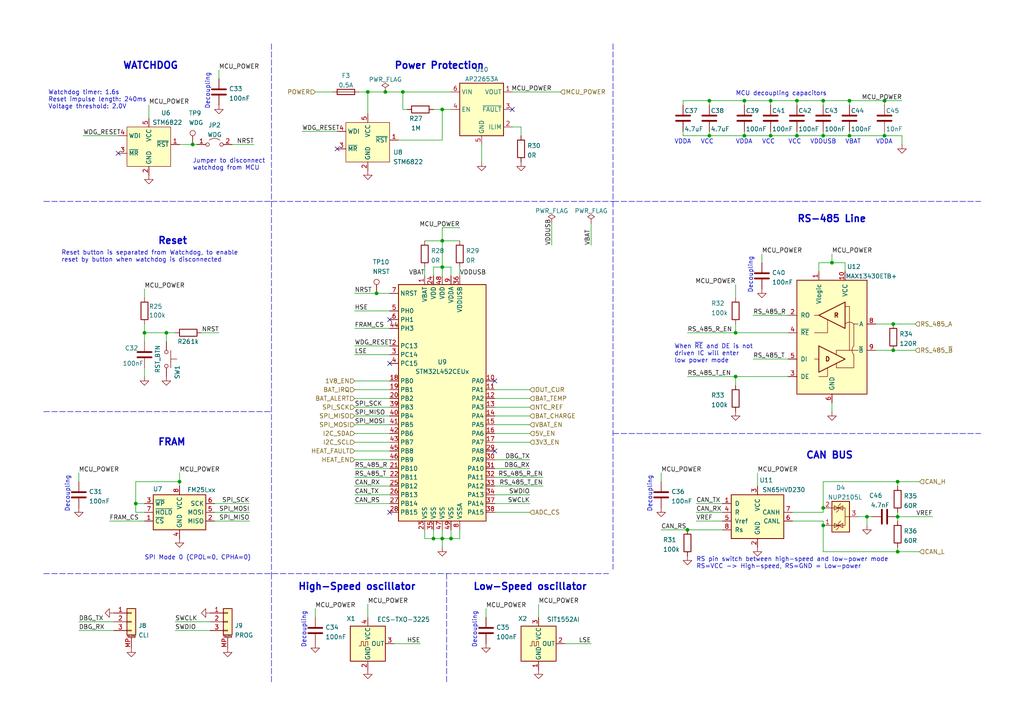
<source format=kicad_sch>
(kicad_sch (version 20210621) (generator eeschema)
  (paper "A4")
  (title_block (title "BUTCube - EPS") (date "2021-06-01") (rev "v1.0") (company "VUT - FIT(STRaDe) & FME(IAE & IPE)") (comment 1 "Author: Petr Malaník"))
  (lib_symbols
    (symbol "Connector:TestPoint" (pin_numbers hide) (pin_names (offset 0.762) hide)
      (property "Reference" "TP" (at 0 6.858 0))
      (property "Value" "TestPoint" (at 0 5.08 0))
      (symbol "TestPoint_0_1"
        (circle (center 0 3.302) (radius 0.762))
      )
      (symbol "TestPoint_1_1"
        (pin passive line (at 0 0 90) (length 2.54) (name "1") (number "1"))
      )
    )
    (symbol "Connector_Generic_MountingPin:Conn_01x03_MountingPin" (pin_names (offset 1.016) hide)
      (property "Reference" "J" (at 0 5.08 0))
      (property "Value" "Conn_01x03_MountingPin" (at 1.27 -5.08 0))
      (symbol "Conn_01x03_MountingPin_1_1"
        (text "Mounting" (at 0 -4.191 0) (effects (font (size 0.381 0.381))))
        (rectangle (start -1.27 -2.413) (end 0 -2.667) (stroke (width 0.1524)))
        (rectangle (start -1.27 0.127) (end 0 -0.127) (stroke (width 0.1524)))
        (rectangle (start -1.27 2.667) (end 0 2.413) (stroke (width 0.1524)))
        (rectangle (start -1.27 3.81) (end 1.27 -3.81) (stroke (width 0.254)) (fill (type background)))
        (polyline (pts (xy -1.016 -4.572) (xy 1.016 -4.572)) (stroke (width 0.1524)))
        (pin passive line (at -5.08 2.54 0) (length 3.81) (name "Pin_1") (number "1"))
        (pin passive line (at -5.08 0 0) (length 3.81) (name "Pin_2") (number "2"))
        (pin passive line (at -5.08 -2.54 0) (length 3.81) (name "Pin_3") (number "3"))
        (pin passive line (at 0 -7.62 90) (length 3.048) (name "MountPin") (number "MP"))
      )
    )
    (symbol "Device:C" (pin_numbers hide) (pin_names (offset 0.254))
      (property "Reference" "C" (at 0.635 2.54 0))
      (property "Value" "C" (at 0.635 -2.54 0))
      (symbol "C_0_1"
        (polyline (pts (xy -2.032 -0.762) (xy 2.032 -0.762)) (stroke (width 0.508)))
        (polyline (pts (xy -2.032 0.762) (xy 2.032 0.762)) (stroke (width 0.508)))
      )
      (symbol "C_1_1"
        (pin passive line (at 0 3.81 270) (length 2.794) (name "~") (number "1"))
        (pin passive line (at 0 -3.81 90) (length 2.794) (name "~") (number "2"))
      )
    )
    (symbol "Device:Fuse" (pin_numbers hide) (pin_names (offset 0))
      (property "Reference" "F" (at 2.032 0 90))
      (property "Value" "Fuse" (at -1.905 0 90))
      (symbol "Fuse_0_1"
        (rectangle (start -0.762 -2.54) (end 0.762 2.54) (stroke (width 0.254)))
        (polyline (pts (xy 0 2.54) (xy 0 -2.54)))
      )
      (symbol "Fuse_1_1"
        (pin passive line (at 0 3.81 270) (length 1.27) (name "~") (number "1"))
        (pin passive line (at 0 -3.81 90) (length 1.27) (name "~") (number "2"))
      )
    )
    (symbol "Device:R" (pin_numbers hide) (pin_names (offset 0))
      (property "Reference" "R" (at 2.032 0 90))
      (property "Value" "R" (at 0 0 90))
      (symbol "R_0_1"
        (rectangle (start -1.016 -2.54) (end 1.016 2.54) (stroke (width 0.254)))
      )
      (symbol "R_1_1"
        (pin passive line (at 0 3.81 270) (length 1.27) (name "~") (number "1"))
        (pin passive line (at 0 -3.81 90) (length 1.27) (name "~") (number "2"))
      )
    )
    (symbol "Interface_CAN_LIN:SN65HVD230" (pin_names (offset 1.016))
      (property "Reference" "U" (at -2.54 10.16 0))
      (property "Value" "SN65HVD230" (at -2.54 7.62 0))
      (symbol "SN65HVD230_0_1"
        (rectangle (start -7.62 5.08) (end 7.62 -7.62) (stroke (width 0.254)) (fill (type background)))
      )
      (symbol "SN65HVD230_1_1"
        (pin input line (at -10.16 2.54 0) (length 2.54) (name "D") (number "1"))
        (pin power_in line (at 0 -10.16 90) (length 2.54) (name "GND") (number "2"))
        (pin power_in line (at 0 7.62 270) (length 2.54) (name "VCC") (number "3"))
        (pin output line (at -10.16 0 0) (length 2.54) (name "R") (number "4"))
        (pin output line (at -10.16 -2.54 0) (length 2.54) (name "Vref") (number "5"))
        (pin bidirectional line (at 10.16 -2.54 180) (length 2.54) (name "CANL") (number "6"))
        (pin bidirectional line (at 10.16 0 180) (length 2.54) (name "CANH") (number "7"))
        (pin input line (at -10.16 -5.08 0) (length 2.54) (name "Rs") (number "8"))
      )
    )
    (symbol "Jumper:Jumper_2_Open" (pin_names (offset 0) hide)
      (property "Reference" "JP" (at 0 2.794 0))
      (property "Value" "Jumper_2_Open" (at 0 -2.286 0))
      (symbol "Jumper_2_Open_0_0"
        (circle (center -2.032 0) (radius 0.508))
        (circle (center 2.032 0) (radius 0.508))
      )
      (symbol "Jumper_2_Open_0_1"
        (arc (start -1.524 1.27) (end 1.524 1.27) (radius (at 0 -0.762) (length 2.54) (angles 126.9 53.1)))
      )
      (symbol "Jumper_2_Open_1_1"
        (pin passive line (at -5.08 0 0) (length 2.54) (name "A") (number "1"))
        (pin passive line (at 5.08 0 180) (length 2.54) (name "B") (number "2"))
      )
    )
    (symbol "MCU_ST_STM32L4:STM32L452CEUx"
      (property "Reference" "U" (at -12.7 34.29 0))
      (property "Value" "STM32L452CEUx" (at 7.62 34.29 0))
      (symbol "STM32L452CEUx_0_1"
        (rectangle (start -12.7 -35.56) (end 12.7 33.02) (stroke (width 0.254)) (fill (type background)))
      )
      (symbol "STM32L452CEUx_1_1"
        (pin power_in line (at -5.08 35.56 270) (length 2.54) (name "VBAT") (number "1"))
        (pin bidirectional line (at 15.24 5.08 180) (length 2.54) (name "PA0") (number "10"))
        (pin bidirectional line (at 15.24 2.54 180) (length 2.54) (name "PA1") (number "11"))
        (pin bidirectional line (at 15.24 0 180) (length 2.54) (name "PA2") (number "12"))
        (pin bidirectional line (at 15.24 -2.54 180) (length 2.54) (name "PA3") (number "13"))
        (pin bidirectional line (at 15.24 -5.08 180) (length 2.54) (name "PA4") (number "14"))
        (pin bidirectional line (at 15.24 -7.62 180) (length 2.54) (name "PA5") (number "15"))
        (pin bidirectional line (at 15.24 -10.16 180) (length 2.54) (name "PA6") (number "16"))
        (pin bidirectional line (at 15.24 -12.7 180) (length 2.54) (name "PA7") (number "17"))
        (pin bidirectional line (at -15.24 5.08 0) (length 2.54) (name "PB0") (number "18"))
        (pin bidirectional line (at -15.24 2.54 0) (length 2.54) (name "PB1") (number "19"))
        (pin bidirectional line (at -15.24 15.24 0) (length 2.54) (name "PC13") (number "2"))
        (pin bidirectional line (at -15.24 0 0) (length 2.54) (name "PB2") (number "20"))
        (pin bidirectional line (at -15.24 -20.32 0) (length 2.54) (name "PB10") (number "21"))
        (pin bidirectional line (at -15.24 -22.86 0) (length 2.54) (name "PB11") (number "22"))
        (pin power_in line (at -5.08 -38.1 90) (length 2.54) (name "VSS") (number "23"))
        (pin power_in line (at -2.54 35.56 270) (length 2.54) (name "VDD") (number "24"))
        (pin bidirectional line (at -15.24 -25.4 0) (length 2.54) (name "PB12") (number "25"))
        (pin bidirectional line (at -15.24 -27.94 0) (length 2.54) (name "PB13") (number "26"))
        (pin bidirectional line (at -15.24 -30.48 0) (length 2.54) (name "PB14") (number "27"))
        (pin bidirectional line (at -15.24 -33.02 0) (length 2.54) (name "PB15") (number "28"))
        (pin bidirectional line (at 15.24 -15.24 180) (length 2.54) (name "PA8") (number "29"))
        (pin bidirectional line (at -15.24 12.7 0) (length 2.54) (name "PC14") (number "3"))
        (pin bidirectional line (at 15.24 -17.78 180) (length 2.54) (name "PA9") (number "30"))
        (pin bidirectional line (at 15.24 -20.32 180) (length 2.54) (name "PA10") (number "31"))
        (pin bidirectional line (at 15.24 -22.86 180) (length 2.54) (name "PA11") (number "32"))
        (pin bidirectional line (at 15.24 -25.4 180) (length 2.54) (name "PA12") (number "33"))
        (pin bidirectional line (at 15.24 -27.94 180) (length 2.54) (name "PA13") (number "34"))
        (pin power_in line (at -2.54 -38.1 90) (length 2.54) (name "VSS") (number "35"))
        (pin power_in line (at 5.08 35.56 270) (length 2.54) (name "VDDUSB") (number "36"))
        (pin bidirectional line (at 15.24 -30.48 180) (length 2.54) (name "PA14") (number "37"))
        (pin bidirectional line (at 15.24 -33.02 180) (length 2.54) (name "PA15") (number "38"))
        (pin bidirectional line (at -15.24 -2.54 0) (length 2.54) (name "PB3") (number "39"))
        (pin bidirectional line (at -15.24 10.16 0) (length 2.54) (name "PC15") (number "4"))
        (pin bidirectional line (at -15.24 -5.08 0) (length 2.54) (name "PB4") (number "40"))
        (pin bidirectional line (at -15.24 -7.62 0) (length 2.54) (name "PB5") (number "41"))
        (pin bidirectional line (at -15.24 -10.16 0) (length 2.54) (name "PB6") (number "42"))
        (pin bidirectional line (at -15.24 -12.7 0) (length 2.54) (name "PB7") (number "43"))
        (pin bidirectional line (at -15.24 20.32 0) (length 2.54) (name "PH3") (number "44"))
        (pin bidirectional line (at -15.24 -15.24 0) (length 2.54) (name "PB8") (number "45"))
        (pin bidirectional line (at -15.24 -17.78 0) (length 2.54) (name "PB9") (number "46"))
        (pin power_in line (at 0 -38.1 90) (length 2.54) (name "VSS") (number "47"))
        (pin power_in line (at 0 35.56 270) (length 2.54) (name "VDD") (number "48"))
        (pin power_in line (at 2.54 -38.1 90) (length 2.54) (name "VSS") (number "49"))
        (pin input line (at -15.24 25.4 0) (length 2.54) (name "PH0") (number "5"))
        (pin input line (at -15.24 22.86 0) (length 2.54) (name "PH1") (number "6"))
        (pin input line (at -15.24 30.48 0) (length 2.54) (name "NRST") (number "7"))
        (pin power_in line (at 5.08 -38.1 90) (length 2.54) (name "VSSA") (number "8"))
        (pin power_in line (at 2.54 35.56 270) (length 2.54) (name "VDDA") (number "9"))
      )
    )
    (symbol "Power_Protection:NUP2105L" (pin_names hide)
      (property "Reference" "D" (at 5.715 2.54 0))
      (property "Value" "NUP2105L" (at 5.715 0.635 0))
      (symbol "NUP2105L_0_0"
        (pin passive line (at 0 -5.08 90) (length 2.54) (name "A") (number "3"))
      )
      (symbol "NUP2105L_0_1"
        (rectangle (start -4.445 2.54) (end 4.445 -2.54) (stroke (width 0.254)) (fill (type background)))
        (polyline (pts (xy -2.54 2.54) (xy -2.54 0.635)))
        (polyline (pts (xy 0 -1.27) (xy 0 -2.54)))
        (polyline (pts (xy 2.54 2.54) (xy 2.54 0.635)))
        (polyline (pts (xy -3.81 1.27) (xy -3.175 0.635) (xy -1.905 0.635) (xy -1.27 0)))
        (polyline (pts (xy -2.54 0.635) (xy -2.54 -1.27) (xy 2.54 -1.27) (xy 2.54 0.635)))
        (polyline (pts (xy -2.54 0.635) (xy -1.905 -0.635) (xy -3.175 -0.635) (xy -2.54 0.635)))
        (polyline (pts (xy 2.54 0.635) (xy 1.905 -0.635) (xy 3.175 -0.635) (xy 2.54 0.635)))
        (polyline (pts (xy 2.54 0.635) (xy 3.175 1.905) (xy 1.905 1.905) (xy 2.54 0.635)))
        (polyline (pts (xy -2.54 0.635) (xy -3.175 1.905) (xy -1.905 1.905) (xy -2.54 0.635) (xy -2.54 1.27)))
        (polyline (pts (xy 1.27 1.27) (xy 1.905 0.635) (xy 2.54 0.635) (xy 3.175 0.635) (xy 3.81 0)))
      )
      (symbol "NUP2105L_1_1"
        (pin passive line (at -2.54 5.08 270) (length 2.54) (name "K") (number "1"))
        (pin passive line (at 2.54 5.08 270) (length 2.54) (name "K") (number "2"))
      )
    )
    (symbol "Switch:SW_Push" (pin_numbers hide) (pin_names (offset 1.016) hide)
      (property "Reference" "SW" (at 1.27 2.54 0))
      (property "Value" "SW_Push" (at 0 -1.524 0))
      (symbol "SW_Push_0_1"
        (circle (center -2.032 0) (radius 0.508))
        (circle (center 2.032 0) (radius 0.508))
        (polyline (pts (xy 0 1.27) (xy 0 3.048)))
        (polyline (pts (xy 2.54 1.27) (xy -2.54 1.27)))
        (pin passive line (at -5.08 0 0) (length 2.54) (name "1") (number "1"))
        (pin passive line (at 5.08 0 180) (length 2.54) (name "2") (number "2"))
      )
    )
    (symbol "TCY_IC:MAX13430ETB+" (pin_names (offset 1.016))
      (property "Reference" "U" (at -10.16 19.05 0))
      (property "Value" "MAX13430ETB+" (at 5.08 19.05 0))
      (symbol "MAX13430ETB+_0_0"
        (text "D" (at -1.27 -5.08 0) (effects (font (size 1.27 1.27) bold)))
        (text "R" (at 1.27 7.62 0) (effects (font (size 1.27 1.27) bold)))
      )
      (symbol "MAX13430ETB+_0_1"
        (arc (start 3.81 5.08) (end 6.35 5.08) (radius (at 5.08 3.8099) (length 1.7961) (angles 135 45)) (stroke (width 0.1524)))
        (arc (start 6.35 -3.81) (end 6.35 -1.27) (radius (at 7.6201 -2.54) (length 1.7961) (angles -135 135)) (stroke (width 0.1524)))
        (rectangle (start -10.16 -15.24) (end 10.16 17.78) (stroke (width 0.254)) (fill (type background)))
        (polyline (pts (xy -5.08 -5.08) (xy -3.81 -5.08)))
        (polyline (pts (xy -3.81 7.62) (xy -5.08 7.62)))
        (polyline (pts (xy 5.08 10.16) (xy 5.08 -2.54)) (stroke (width 0.1524)))
        (polyline (pts (xy 6.35 -7.62) (xy 6.35 -3.81)) (stroke (width 0.1524)))
        (polyline (pts (xy 6.35 -1.27) (xy 6.35 5.08)) (stroke (width 0.1524)))
        (polyline (pts (xy 6.35 5.08) (xy 7.62 5.08)) (stroke (width 0.1524)))
        (polyline (pts (xy 5.08 10.16) (xy 3.81 10.16) (xy 3.81 10.16)))
        (polyline (pts (xy -3.81 -10.16) (xy -1.27 -10.16) (xy -1.27 -7.62) (xy -1.27 -7.62)))
        (polyline (pts (xy -1.27 6.35) (xy -1.27 2.54) (xy -2.54 2.54) (xy -5.08 2.54)))
        (polyline (pts (xy 6.35 -7.62) (xy 1.27 -7.62) (xy 1.27 -6.35) (xy 1.27 -6.35)))
        (polyline (pts (xy 7.62 -2.54) (xy 1.27 -2.54) (xy 1.27 -3.81) (xy 1.27 -3.81)))
        (polyline (pts (xy -3.81 -1.27) (xy -3.81 -8.89) (xy 3.81 -5.08) (xy -3.81 -1.27) (xy -3.81 -1.27)) (stroke (width 0.254)))
        (polyline (pts (xy 3.81 11.43) (xy 3.81 3.81) (xy -3.81 7.62) (xy 3.81 11.43) (xy 3.81 11.43)) (stroke (width 0.254)))
      )
      (symbol "MAX13430ETB+_1_1"
        (pin power_in line (at -3.81 20.32 270) (length 2.54) (name "Vlogic") (number "1"))
        (pin power_in line (at 3.81 20.32 270) (length 2.54) (name "VCC") (number "10"))
        (pin power_in line (at 0 -17.78 90) (length 2.54) hide (name "E_PAD") (number "11"))
        (pin output line (at -12.7 7.62 0) (length 2.54) (name "RO") (number "2"))
        (pin input line (at -12.7 -10.16 0) (length 2.54) (name "DE") (number "3"))
        (pin input line (at -12.7 2.54 0) (length 2.54) (name "~{RE}") (number "4"))
        (pin input line (at -12.7 -5.08 0) (length 2.54) (name "DI") (number "5"))
        (pin power_in line (at 0 -17.78 90) (length 2.54) (name "GND") (number "6"))
        (pin no_connect line (at 10.16 1.27 180) (length 2.54) hide (name "NC") (number "7"))
        (pin input line (at 12.7 5.08 180) (length 2.54) (name "A") (number "8"))
        (pin input line (at 12.7 -2.54 180) (length 2.54) (name "~{B}") (number "9"))
      )
    )
    (symbol "TCY_IC:STM6822"
      (property "Reference" "U" (at 6.35 13.97 0))
      (property "Value" "STM6822" (at 6.35 16.51 0))
      (symbol "STM6822_0_1"
        (rectangle (start -6.35 11.43) (end 6.35 0) (stroke (width 0.1524)) (fill (type background)))
      )
      (symbol "STM6822_1_1"
        (pin open_collector line (at 8.89 6.35 180) (length 2.54) (name "~{RST}") (number "1"))
        (pin passive line (at 0 -2.54 90) (length 2.54) (name "GND") (number "2"))
        (pin input line (at -8.89 3.81 0) (length 2.54) (name "~{MR}") (number "3"))
        (pin input line (at -8.89 8.89 0) (length 2.54) (name "WDI") (number "4"))
        (pin power_in line (at 0 13.97 270) (length 2.54) (name "VCC") (number "5"))
      )
    )
    (symbol "TCY_memory:FM25Lxx"
      (property "Reference" "U" (at -7.62 6.35 0))
      (property "Value" "FM25Lxx" (at 2.54 -6.35 0))
      (symbol "FM25Lxx_1_1"
        (rectangle (start -7.62 5.08) (end 7.62 -5.08) (stroke (width 0.254)) (fill (type background)))
        (pin input line (at -10.16 -2.54 0) (length 2.54) (name "~{CS}") (number "1"))
        (pin tri_state line (at 10.16 -2.54 180) (length 2.54) (name "MISO") (number "2"))
        (pin input line (at -10.16 2.54 0) (length 2.54) (name "~{WP}") (number "3"))
        (pin power_in line (at 0 -7.62 90) (length 2.54) (name "GND") (number "4"))
        (pin input line (at 10.16 0 180) (length 2.54) (name "MOSI") (number "5"))
        (pin input line (at 10.16 2.54 180) (length 2.54) (name "SCK") (number "6"))
        (pin input line (at -10.16 0 0) (length 2.54) (name "~{HOLD}") (number "7"))
        (pin power_in line (at 0 7.62 270) (length 2.54) (name "VCC") (number "8"))
        (pin passive line (at 0 -7.62 90) (length 2.54) hide (name "GND") (number "9"))
      )
    )
    (symbol "TCY_ocillators:ECS-TXO-3225" (pin_names (offset 0.254))
      (property "Reference" "X" (at -6.35 6.35 0))
      (property "Value" "ECS-TXO-3225" (at 1.27 6.35 0))
      (symbol "ECS-TXO-3225_0_1"
        (rectangle (start -5.08 5.08) (end 5.08 -5.08) (stroke (width 0.254)) (fill (type background)))
        (polyline (pts (xy -2.54 -0.635) (xy -1.905 -0.635) (xy -1.905 0.635) (xy -1.27 0.635) (xy -1.27 -0.635) (xy -0.635 -0.635) (xy -0.635 0.635) (xy 0 0.635) (xy 0 -0.635)))
      )
      (symbol "ECS-TXO-3225_1_1"
        (pin no_connect line (at -7.62 0 0) (length 2.54) hide (name "NC") (number "1"))
        (pin power_in line (at 0 -7.62 90) (length 2.54) (name "GND") (number "2"))
        (pin output line (at 7.62 0 180) (length 2.54) (name "OUT") (number "3"))
        (pin power_in line (at 0 7.62 270) (length 2.54) (name "VCC") (number "4"))
      )
    )
    (symbol "TCY_ocillators:SiT1552AI" (pin_names (offset 0.254))
      (property "Reference" "X" (at -6.35 6.35 0))
      (property "Value" "SiT1552AI" (at 1.27 6.35 0))
      (symbol "SiT1552AI_0_1"
        (rectangle (start -5.08 5.08) (end 5.08 -5.08) (stroke (width 0.254)) (fill (type background)))
        (polyline (pts (xy -2.54 -0.635) (xy -1.905 -0.635) (xy -1.905 0.635) (xy -1.27 0.635) (xy -1.27 -0.635) (xy -0.635 -0.635) (xy -0.635 0.635) (xy 0 0.635) (xy 0 -0.635)))
      )
      (symbol "SiT1552AI_1_1"
        (pin power_in line (at 0 -7.62 90) (length 2.54) (name "GND") (number "1"))
        (pin output line (at 7.62 0 180) (length 2.54) (name "OUT") (number "2"))
        (pin power_in line (at 0 7.62 270) (length 2.54) (name "VCC") (number "3"))
        (pin power_in line (at 0 -7.62 90) (length 2.54) hide (name "GND") (number "4"))
      )
    )
    (symbol "TCY_power_management:AP22653"
      (property "Reference" "U" (at 8.89 7.62 0))
      (property "Value" "AP22653" (at 0 7.62 0))
      (symbol "AP22653_0_1"
        (rectangle (start -6.35 5.08) (end 6.35 -10.16) (stroke (width 0.254)) (fill (type background)))
      )
      (symbol "AP22653_1_1"
        (pin power_out line (at 8.89 2.54 180) (length 2.54) (name "VOUT") (number "1"))
        (pin passive line (at 8.89 -7.62 180) (length 2.54) (name "ILIM") (number "2"))
        (pin output line (at 8.89 -2.54 180) (length 2.54) (name "~{FAULT}") (number "3"))
        (pin input line (at -8.89 -2.54 0) (length 2.54) (name "EN") (number "4"))
        (pin passive line (at 0 -12.7 90) (length 2.54) (name "GND") (number "5"))
        (pin power_in line (at -8.89 2.54 0) (length 2.54) (name "VIN") (number "6"))
        (pin passive line (at 0 -12.7 90) (length 2.54) hide (name "E_PAD") (number "7"))
      )
    )
    (symbol "power:GND" (power) (pin_names (offset 0))
      (property "Value" "GND" (at 0 -3.81 0))
      (symbol "GND_0_1"
        (polyline (pts (xy 0 0) (xy 0 -1.27) (xy 1.27 -1.27) (xy 0 -2.54) (xy -1.27 -1.27) (xy 0 -1.27)))
      )
      (symbol "GND_1_1"
        (pin power_in line (at 0 0 270) (length 0) hide (name "GND") (number "1"))
      )
    )
    (symbol "power:PWR_FLAG" (power) (pin_numbers hide) (pin_names (offset 0) hide)
      (property "Value" "PWR_FLAG" (at 0 3.81 0))
      (symbol "PWR_FLAG_0_0"
        (pin power_out line (at 0 0 90) (length 0) (name "pwr") (number "1"))
      )
      (symbol "PWR_FLAG_0_1"
        (polyline (pts (xy 0 0) (xy 0 1.27) (xy -1.016 1.905) (xy 0 2.54) (xy 1.016 1.905) (xy 0 1.27)))
      )
    )
  )
  (junction (at 39.37 146.05) (diameter 0.9144))
  (junction (at 41.91 96.52) (diameter 0.9144))
  (junction (at 48.26 96.52) (diameter 0.9144))
  (junction (at 52.07 139.7) (diameter 0.9144))
  (junction (at 55.88 41.91) (diameter 0.9144))
  (junction (at 106.68 26.67) (diameter 0.9144))
  (junction (at 109.22 85.09) (diameter 0.9144))
  (junction (at 111.76 26.67) (diameter 0.9144))
  (junction (at 116.84 26.67) (diameter 0.9144))
  (junction (at 125.73 156.21) (diameter 0.9144))
  (junction (at 128.27 31.75) (diameter 0.9144))
  (junction (at 128.27 69.85) (diameter 0.9144))
  (junction (at 128.27 77.47) (diameter 0.9144))
  (junction (at 128.27 156.21) (diameter 0.9144))
  (junction (at 130.81 156.21) (diameter 0.9144))
  (junction (at 199.39 153.67) (diameter 0.9144))
  (junction (at 205.74 29.21) (diameter 0.9144))
  (junction (at 205.74 39.37) (diameter 0.9144))
  (junction (at 213.36 96.52) (diameter 0.9144))
  (junction (at 213.36 109.22) (diameter 0.9144))
  (junction (at 215.9 29.21) (diameter 0.9144))
  (junction (at 215.9 39.37) (diameter 0.9144))
  (junction (at 223.52 29.21) (diameter 0.9144))
  (junction (at 223.52 39.37) (diameter 0.9144))
  (junction (at 231.14 29.21) (diameter 0.9144))
  (junction (at 231.14 39.37) (diameter 0.9144))
  (junction (at 238.76 29.21) (diameter 0.9144))
  (junction (at 238.76 39.37) (diameter 0.9144))
  (junction (at 238.76 147.32) (diameter 0.9144))
  (junction (at 238.76 152.4) (diameter 0.9144))
  (junction (at 241.3 76.2) (diameter 0.9144))
  (junction (at 246.38 29.21) (diameter 0.9144))
  (junction (at 246.38 39.37) (diameter 0.9144))
  (junction (at 251.46 149.86) (diameter 0.9144))
  (junction (at 256.54 29.21) (diameter 0.9144))
  (junction (at 256.54 39.37) (diameter 0.9144))
  (junction (at 259.08 93.98) (diameter 0.9144))
  (junction (at 259.08 101.6) (diameter 0.9144))
  (junction (at 260.35 139.7) (diameter 0.9144))
  (junction (at 260.35 149.86) (diameter 0.9144))
  (junction (at 260.35 160.02) (diameter 0.9144))
  (no_connect (at 34.29 44.45))
  (no_connect (at 97.79 43.18))
  (no_connect (at 113.03 92.71))
  (no_connect (at 113.03 105.41))
  (no_connect (at 113.03 148.59))
  (no_connect (at 143.51 110.49))
  (no_connect (at 143.51 130.81))
  (no_connect (at 148.59 31.75))
  (wire (pts (xy 22.86 137.16) (xy 22.86 139.7)))
  (wire (pts (xy 24.13 39.37) (xy 34.29 39.37)))
  (wire (pts (xy 31.75 151.13) (xy 41.91 151.13)))
  (wire (pts (xy 33.02 180.34) (xy 22.86 180.34)))
  (wire (pts (xy 33.02 182.88) (xy 22.86 182.88)))
  (wire (pts (xy 39.37 139.7) (xy 52.07 139.7)))
  (wire (pts (xy 39.37 146.05) (xy 39.37 139.7)))
  (wire (pts (xy 39.37 146.05) (xy 41.91 146.05)))
  (wire (pts (xy 39.37 148.59) (xy 39.37 146.05)))
  (wire (pts (xy 41.91 83.82) (xy 41.91 86.36)))
  (wire (pts (xy 41.91 93.98) (xy 41.91 96.52)))
  (wire (pts (xy 41.91 96.52) (xy 41.91 99.06)))
  (wire (pts (xy 41.91 96.52) (xy 48.26 96.52)))
  (wire (pts (xy 41.91 106.68) (xy 41.91 109.22)))
  (wire (pts (xy 41.91 148.59) (xy 39.37 148.59)))
  (wire (pts (xy 43.18 30.48) (xy 43.18 34.29)))
  (wire (pts (xy 48.26 96.52) (xy 48.26 99.06)))
  (wire (pts (xy 48.26 96.52) (xy 50.8 96.52)))
  (wire (pts (xy 52.07 41.91) (xy 55.88 41.91)))
  (wire (pts (xy 52.07 137.16) (xy 52.07 139.7)))
  (wire (pts (xy 52.07 139.7) (xy 52.07 140.97)))
  (wire (pts (xy 55.88 41.91) (xy 57.15 41.91)))
  (wire (pts (xy 58.42 96.52) (xy 63.5 96.52)))
  (wire (pts (xy 60.96 180.34) (xy 50.8 180.34)))
  (wire (pts (xy 60.96 182.88) (xy 50.8 182.88)))
  (wire (pts (xy 63.5 20.32) (xy 63.5 22.86)))
  (wire (pts (xy 67.31 41.91) (xy 73.66 41.91)))
  (wire (pts (xy 72.39 146.05) (xy 62.23 146.05)))
  (wire (pts (xy 72.39 148.59) (xy 62.23 148.59)))
  (wire (pts (xy 72.39 151.13) (xy 62.23 151.13)))
  (wire (pts (xy 87.63 38.1) (xy 97.79 38.1)))
  (wire (pts (xy 91.44 26.67) (xy 96.52 26.67)))
  (wire (pts (xy 91.44 176.53) (xy 91.44 179.07)))
  (wire (pts (xy 102.87 85.09) (xy 109.22 85.09)))
  (wire (pts (xy 102.87 90.17) (xy 113.03 90.17)))
  (wire (pts (xy 102.87 95.25) (xy 113.03 95.25)))
  (wire (pts (xy 102.87 100.33) (xy 113.03 100.33)))
  (wire (pts (xy 102.87 102.87) (xy 113.03 102.87)))
  (wire (pts (xy 102.87 110.49) (xy 113.03 110.49)))
  (wire (pts (xy 102.87 113.03) (xy 113.03 113.03)))
  (wire (pts (xy 102.87 115.57) (xy 113.03 115.57)))
  (wire (pts (xy 102.87 118.11) (xy 113.03 118.11)))
  (wire (pts (xy 102.87 120.65) (xy 113.03 120.65)))
  (wire (pts (xy 102.87 123.19) (xy 113.03 123.19)))
  (wire (pts (xy 102.87 125.73) (xy 113.03 125.73)))
  (wire (pts (xy 102.87 128.27) (xy 113.03 128.27)))
  (wire (pts (xy 102.87 130.81) (xy 113.03 130.81)))
  (wire (pts (xy 102.87 133.35) (xy 113.03 133.35)))
  (wire (pts (xy 102.87 135.89) (xy 113.03 135.89)))
  (wire (pts (xy 102.87 138.43) (xy 113.03 138.43)))
  (wire (pts (xy 102.87 140.97) (xy 113.03 140.97)))
  (wire (pts (xy 102.87 143.51) (xy 113.03 143.51)))
  (wire (pts (xy 102.87 146.05) (xy 113.03 146.05)))
  (wire (pts (xy 104.14 26.67) (xy 106.68 26.67)))
  (wire (pts (xy 106.68 26.67) (xy 111.76 26.67)))
  (wire (pts (xy 106.68 33.02) (xy 106.68 26.67)))
  (wire (pts (xy 106.68 175.26) (xy 106.68 179.07)))
  (wire (pts (xy 109.22 85.09) (xy 113.03 85.09)))
  (wire (pts (xy 111.76 26.67) (xy 116.84 26.67)))
  (wire (pts (xy 114.3 186.69) (xy 121.92 186.69)))
  (wire (pts (xy 115.57 40.64) (xy 128.27 40.64)))
  (wire (pts (xy 116.84 26.67) (xy 116.84 31.75)))
  (wire (pts (xy 116.84 26.67) (xy 130.81 26.67)))
  (wire (pts (xy 118.11 31.75) (xy 116.84 31.75)))
  (wire (pts (xy 123.19 69.85) (xy 128.27 69.85)))
  (wire (pts (xy 123.19 77.47) (xy 123.19 80.01)))
  (wire (pts (xy 123.19 156.21) (xy 123.19 153.67)))
  (wire (pts (xy 125.73 31.75) (xy 128.27 31.75)))
  (wire (pts (xy 125.73 77.47) (xy 125.73 80.01)))
  (wire (pts (xy 125.73 77.47) (xy 128.27 77.47)))
  (wire (pts (xy 125.73 153.67) (xy 125.73 156.21)))
  (wire (pts (xy 125.73 156.21) (xy 123.19 156.21)))
  (wire (pts (xy 128.27 31.75) (xy 128.27 40.64)))
  (wire (pts (xy 128.27 31.75) (xy 130.81 31.75)))
  (wire (pts (xy 128.27 66.04) (xy 133.35 66.04)))
  (wire (pts (xy 128.27 69.85) (xy 128.27 66.04)))
  (wire (pts (xy 128.27 69.85) (xy 128.27 77.47)))
  (wire (pts (xy 128.27 69.85) (xy 133.35 69.85)))
  (wire (pts (xy 128.27 77.47) (xy 128.27 80.01)))
  (wire (pts (xy 128.27 153.67) (xy 128.27 156.21)))
  (wire (pts (xy 128.27 156.21) (xy 125.73 156.21)))
  (wire (pts (xy 128.27 156.21) (xy 130.81 156.21)))
  (wire (pts (xy 128.27 158.75) (xy 128.27 156.21)))
  (wire (pts (xy 130.81 77.47) (xy 128.27 77.47)))
  (wire (pts (xy 130.81 80.01) (xy 130.81 77.47)))
  (wire (pts (xy 130.81 153.67) (xy 130.81 156.21)))
  (wire (pts (xy 130.81 156.21) (xy 133.35 156.21)))
  (wire (pts (xy 133.35 77.47) (xy 133.35 80.01)))
  (wire (pts (xy 133.35 156.21) (xy 133.35 153.67)))
  (wire (pts (xy 139.7 41.91) (xy 139.7 46.99)))
  (wire (pts (xy 140.97 176.53) (xy 140.97 179.07)))
  (wire (pts (xy 143.51 113.03) (xy 153.67 113.03)))
  (wire (pts (xy 143.51 115.57) (xy 153.67 115.57)))
  (wire (pts (xy 143.51 118.11) (xy 153.67 118.11)))
  (wire (pts (xy 143.51 120.65) (xy 153.67 120.65)))
  (wire (pts (xy 143.51 123.19) (xy 153.67 123.19)))
  (wire (pts (xy 143.51 125.73) (xy 153.67 125.73)))
  (wire (pts (xy 143.51 128.27) (xy 153.67 128.27)))
  (wire (pts (xy 143.51 133.35) (xy 153.67 133.35)))
  (wire (pts (xy 143.51 135.89) (xy 153.67 135.89)))
  (wire (pts (xy 143.51 138.43) (xy 157.48 138.43)))
  (wire (pts (xy 143.51 140.97) (xy 157.48 140.97)))
  (wire (pts (xy 143.51 143.51) (xy 153.67 143.51)))
  (wire (pts (xy 143.51 146.05) (xy 153.67 146.05)))
  (wire (pts (xy 143.51 148.59) (xy 153.67 148.59)))
  (wire (pts (xy 148.59 26.67) (xy 162.56 26.67)))
  (wire (pts (xy 148.59 36.83) (xy 151.13 36.83)))
  (wire (pts (xy 151.13 36.83) (xy 151.13 39.37)))
  (wire (pts (xy 156.21 175.26) (xy 156.21 179.07)))
  (wire (pts (xy 160.02 64.77) (xy 160.02 71.12)))
  (wire (pts (xy 163.83 186.69) (xy 171.45 186.69)))
  (wire (pts (xy 171.45 64.77) (xy 171.45 71.12)))
  (wire (pts (xy 191.77 137.16) (xy 191.77 139.7)))
  (wire (pts (xy 191.77 153.67) (xy 199.39 153.67)))
  (wire (pts (xy 198.12 29.21) (xy 205.74 29.21)))
  (wire (pts (xy 198.12 30.48) (xy 198.12 29.21)))
  (wire (pts (xy 198.12 39.37) (xy 198.12 38.1)))
  (wire (pts (xy 199.39 96.52) (xy 213.36 96.52)))
  (wire (pts (xy 199.39 109.22) (xy 213.36 109.22)))
  (wire (pts (xy 199.39 153.67) (xy 209.55 153.67)))
  (wire (pts (xy 201.93 146.05) (xy 209.55 146.05)))
  (wire (pts (xy 201.93 148.59) (xy 209.55 148.59)))
  (wire (pts (xy 201.93 151.13) (xy 209.55 151.13)))
  (wire (pts (xy 205.74 29.21) (xy 205.74 30.48)))
  (wire (pts (xy 205.74 29.21) (xy 215.9 29.21)))
  (wire (pts (xy 205.74 38.1) (xy 205.74 39.37)))
  (wire (pts (xy 205.74 39.37) (xy 198.12 39.37)))
  (wire (pts (xy 205.74 39.37) (xy 215.9 39.37)))
  (wire (pts (xy 213.36 82.55) (xy 213.36 86.36)))
  (wire (pts (xy 213.36 93.98) (xy 213.36 96.52)))
  (wire (pts (xy 213.36 96.52) (xy 228.6 96.52)))
  (wire (pts (xy 213.36 109.22) (xy 213.36 111.76)))
  (wire (pts (xy 213.36 109.22) (xy 228.6 109.22)))
  (wire (pts (xy 215.9 29.21) (xy 223.52 29.21)))
  (wire (pts (xy 215.9 30.48) (xy 215.9 29.21)))
  (wire (pts (xy 215.9 39.37) (xy 215.9 38.1)))
  (wire (pts (xy 218.44 91.44) (xy 228.6 91.44)))
  (wire (pts (xy 218.44 104.14) (xy 228.6 104.14)))
  (wire (pts (xy 219.71 137.16) (xy 219.71 140.97)))
  (wire (pts (xy 220.98 73.66) (xy 220.98 76.2)))
  (wire (pts (xy 223.52 29.21) (xy 231.14 29.21)))
  (wire (pts (xy 223.52 30.48) (xy 223.52 29.21)))
  (wire (pts (xy 223.52 39.37) (xy 215.9 39.37)))
  (wire (pts (xy 223.52 39.37) (xy 223.52 38.1)))
  (wire (pts (xy 229.87 148.59) (xy 238.76 148.59)))
  (wire (pts (xy 229.87 151.13) (xy 238.76 151.13)))
  (wire (pts (xy 231.14 29.21) (xy 231.14 30.48)))
  (wire (pts (xy 231.14 29.21) (xy 238.76 29.21)))
  (wire (pts (xy 231.14 38.1) (xy 231.14 39.37)))
  (wire (pts (xy 231.14 39.37) (xy 223.52 39.37)))
  (wire (pts (xy 237.49 76.2) (xy 241.3 76.2)))
  (wire (pts (xy 237.49 78.74) (xy 237.49 76.2)))
  (wire (pts (xy 238.76 29.21) (xy 238.76 30.48)))
  (wire (pts (xy 238.76 29.21) (xy 246.38 29.21)))
  (wire (pts (xy 238.76 38.1) (xy 238.76 39.37)))
  (wire (pts (xy 238.76 39.37) (xy 231.14 39.37)))
  (wire (pts (xy 238.76 139.7) (xy 238.76 147.32)))
  (wire (pts (xy 238.76 148.59) (xy 238.76 147.32)))
  (wire (pts (xy 238.76 151.13) (xy 238.76 152.4)))
  (wire (pts (xy 238.76 152.4) (xy 238.76 160.02)))
  (wire (pts (xy 241.3 76.2) (xy 241.3 73.66)))
  (wire (pts (xy 241.3 116.84) (xy 241.3 119.38)))
  (wire (pts (xy 245.11 76.2) (xy 241.3 76.2)))
  (wire (pts (xy 245.11 78.74) (xy 245.11 76.2)))
  (wire (pts (xy 246.38 29.21) (xy 246.38 30.48)))
  (wire (pts (xy 246.38 29.21) (xy 256.54 29.21)))
  (wire (pts (xy 246.38 38.1) (xy 246.38 39.37)))
  (wire (pts (xy 246.38 39.37) (xy 238.76 39.37)))
  (wire (pts (xy 246.38 39.37) (xy 256.54 39.37)))
  (wire (pts (xy 248.92 149.86) (xy 251.46 149.86)))
  (wire (pts (xy 251.46 149.86) (xy 251.46 152.4)))
  (wire (pts (xy 251.46 149.86) (xy 252.73 149.86)))
  (wire (pts (xy 254 93.98) (xy 259.08 93.98)))
  (wire (pts (xy 254 101.6) (xy 259.08 101.6)))
  (wire (pts (xy 256.54 29.21) (xy 256.54 30.48)))
  (wire (pts (xy 256.54 29.21) (xy 261.62 29.21)))
  (wire (pts (xy 256.54 38.1) (xy 256.54 39.37)))
  (wire (pts (xy 256.54 39.37) (xy 261.62 39.37)))
  (wire (pts (xy 259.08 93.98) (xy 265.43 93.98)))
  (wire (pts (xy 259.08 101.6) (xy 265.43 101.6)))
  (wire (pts (xy 260.35 139.7) (xy 238.76 139.7)))
  (wire (pts (xy 260.35 139.7) (xy 260.35 140.97)))
  (wire (pts (xy 260.35 148.59) (xy 260.35 149.86)))
  (wire (pts (xy 260.35 149.86) (xy 270.51 149.86)))
  (wire (pts (xy 260.35 151.13) (xy 260.35 149.86)))
  (wire (pts (xy 260.35 158.75) (xy 260.35 160.02)))
  (wire (pts (xy 260.35 160.02) (xy 238.76 160.02)))
  (wire (pts (xy 261.62 39.37) (xy 261.62 41.91)))
  (wire (pts (xy 266.7 139.7) (xy 260.35 139.7)))
  (wire (pts (xy 266.7 160.02) (xy 260.35 160.02)))
  (polyline (pts (xy 12.7 58.42) (xy 78.74 58.42)) (stroke (width 0) (type dash)))
  (polyline (pts (xy 12.7 119.38) (xy 78.74 119.38)) (stroke (width 0) (type dash)))
  (polyline (pts (xy 12.7 166.37) (xy 176.53 166.37)) (stroke (width 0) (type dash)))
  (polyline (pts (xy 78.74 12.7) (xy 78.74 166.37)) (stroke (width 0) (type dash)))
  (polyline (pts (xy 78.74 58.42) (xy 177.8 58.42)) (stroke (width 0) (type dash)))
  (polyline (pts (xy 78.74 166.37) (xy 78.74 198.12)) (stroke (width 0) (type dash)))
  (polyline (pts (xy 129.54 166.37) (xy 129.54 198.12)) (stroke (width 0) (type dash)))
  (polyline (pts (xy 177.8 12.7) (xy 177.8 165.1)) (stroke (width 0) (type dash)))
  (polyline (pts (xy 177.8 58.42) (xy 284.48 58.42)) (stroke (width 0) (type dash)))
  (polyline (pts (xy 177.8 125.73) (xy 284.48 125.73)) (stroke (width 0) (type dash)))
  (text "Watchdog timer: 1.6s\nReset impulse length: 240ms\nVoltage threshold: 2.0V" (at 13.97 31.75 0) (effects (font (size 1.27 1.27)) (justify left bottom)))
  (text "Reset button is separated from Watchdog, to enable\nreset by button when watchdog is disconnected" (at 17.78 76.2 0) (effects (font (size 1.27 1.27)) (justify left bottom)))
  (text "Decoupling" (at 20.32 148.59 90) (effects (font (size 1.27 1.27)) (justify left bottom)))
  (text "WATCHDOG" (at 35.56 20.32 0) (effects (font (size 2 2) (thickness 0.4) bold) (justify left bottom)))
  (text "SPI Mode 0 (CPOL=0, CPHA=0)" (at 41.91 162.56 0) (effects (font (size 1.27 1.27)) (justify left bottom)))
  (text "Reset" (at 45.72 71.12 0) (effects (font (size 2 2) (thickness 0.4) bold) (justify left bottom)))
  (text "FRAM" (at 45.72 129.54 0) (effects (font (size 2 2) (thickness 0.4) bold) (justify left bottom)))
  (text "Jumper to disconnect\nwatchdog from MCU" (at 55.88 49.53 0) (effects (font (size 1.27 1.27)) (justify left bottom)))
  (text "Decoupling" (at 60.96 31.75 90) (effects (font (size 1.27 1.27)) (justify left bottom)))
  (text "High-Speed oscillator" (at 86.36 171.45 0) (effects (font (size 2 2) (thickness 0.4) bold) (justify left bottom)))
  (text "Decoupling" (at 88.9 187.96 90) (effects (font (size 1.27 1.27)) (justify left bottom)))
  (text "Power Protection" (at 114.3 20.32 0) (effects (font (size 2 2) (thickness 0.4) bold) (justify left bottom)))
  (text "Low-Speed oscillator" (at 137.16 171.45 0) (effects (font (size 2 2) (thickness 0.4) bold) (justify left bottom)))
  (text "Decoupling" (at 138.43 187.96 90) (effects (font (size 1.27 1.27)) (justify left bottom)))
  (text "Decoupling" (at 189.23 148.59 90) (effects (font (size 1.27 1.27)) (justify left bottom)))
  (text "VDDA" (at 195.58 41.91 0) (effects (font (size 1.27 1.27)) (justify left bottom)))
  (text "When ~{RE} and DE is not\ndriven IC will enter\nlow power mode" (at 195.58 105.41 0) (effects (font (size 1.27 1.27)) (justify left bottom)))
  (text "RS pin switch between high-speed and low-power mode\nRS=VCC -> High-speed, RS=GND = Low-power" (at 201.93 165.1 0) (effects (font (size 1.27 1.27)) (justify left bottom)))
  (text "VCC" (at 203.2 41.91 0) (effects (font (size 1.27 1.27)) (justify left bottom)))
  (text "MCU decoupling capacitors" (at 213.36 27.94 0) (effects (font (size 1.27 1.27)) (justify left bottom)))
  (text "VDDA" (at 213.36 41.91 0) (effects (font (size 1.27 1.27)) (justify left bottom)))
  (text "Decoupling" (at 218.44 85.09 90) (effects (font (size 1.27 1.27)) (justify left bottom)))
  (text "VCC" (at 220.98 41.91 0) (effects (font (size 1.27 1.27)) (justify left bottom)))
  (text "VCC" (at 228.6 41.91 0) (effects (font (size 1.27 1.27)) (justify left bottom)))
  (text "RS-485 Line" (at 231.14 64.77 0) (effects (font (size 2 2) (thickness 0.4) bold) (justify left bottom)))
  (text "CAN BUS" (at 233.68 133.35 0) (effects (font (size 2 2) (thickness 0.4) bold) (justify left bottom)))
  (text "VDDUSB" (at 234.95 41.91 0) (effects (font (size 1.27 1.27)) (justify left bottom)))
  (text "VBAT" (at 245.11 41.91 0) (effects (font (size 1.27 1.27)) (justify left bottom)))
  (text "VDDA" (at 254 41.91 0) (effects (font (size 1.27 1.27)) (justify left bottom)))
  (label "MCU_POWER" (at 22.86 137.16 0))
  (label "DBG_TX" (at 22.86 180.34 0))
  (label "DBG_RX" (at 22.86 182.88 0))
  (label "WDG_RESET" (at 24.13 39.37 0))
  (label "FRAM_CS" (at 31.75 151.13 0))
  (label "MCU_POWER" (at 41.91 83.82 0))
  (label "MCU_POWER" (at 43.18 30.48 0))
  (label "SWCLK" (at 50.8 180.34 0))
  (label "SWDIO" (at 50.8 182.88 0))
  (label "MCU_POWER" (at 52.07 137.16 0))
  (label "MCU_POWER" (at 63.5 20.32 0))
  (label "NRST" (at 63.5 96.52 180))
  (label "SPI_SCK" (at 72.39 146.05 180))
  (label "SPI_MOSI" (at 72.39 148.59 180))
  (label "SPI_MISO" (at 72.39 151.13 180))
  (label "NRST" (at 73.66 41.91 180))
  (label "WDG_RESET" (at 87.63 38.1 0))
  (label "MCU_POWER" (at 91.44 176.53 0))
  (label "NRST" (at 102.87 85.09 0))
  (label "HSE" (at 102.87 90.17 0))
  (label "FRAM_CS" (at 102.87 95.25 0))
  (label "WDG_RESET" (at 102.87 100.33 0))
  (label "LSE" (at 102.87 102.87 0))
  (label "SPI_SCK" (at 102.87 118.11 0))
  (label "SPI_MISO" (at 102.87 120.65 0))
  (label "SPI_MOSI" (at 102.87 123.19 0))
  (label "RS_485_R" (at 102.87 135.89 0))
  (label "RS_485_T" (at 102.87 138.43 0))
  (label "CAN_RX" (at 102.87 140.97 0))
  (label "CAN_TX" (at 102.87 143.51 0))
  (label "CAN_RS" (at 102.87 146.05 0))
  (label "MCU_POWER" (at 106.68 175.26 0))
  (label "HSE" (at 121.92 186.69 180))
  (label "VBAT" (at 123.19 80.01 180))
  (label "MCU_POWER" (at 133.35 66.04 180))
  (label "VDDUSB" (at 133.35 80.01 0))
  (label "MCU_POWER" (at 140.97 176.53 0))
  (label "DBG_TX" (at 153.67 133.35 180))
  (label "DBG_RX" (at 153.67 135.89 180))
  (label "SWDIO" (at 153.67 143.51 180))
  (label "SWCLK" (at 153.67 146.05 180))
  (label "MCU_POWER" (at 156.21 175.26 0))
  (label "RS_485_R_EN" (at 157.48 138.43 180))
  (label "RS_485_T_EN" (at 157.48 140.97 180))
  (label "MCU_POWER" (at 160.02 26.67 180))
  (label "VDDUSB" (at 160.02 71.12 90))
  (label "VBAT" (at 171.45 71.12 90))
  (label "LSE" (at 171.45 186.69 180))
  (label "MCU_POWER" (at 191.77 137.16 0))
  (label "CAN_RS" (at 191.77 153.67 0))
  (label "RS_485_R_EN" (at 199.39 96.52 0))
  (label "RS_485_T_EN" (at 199.39 109.22 0))
  (label "CAN_TX" (at 201.93 146.05 0))
  (label "CAN_RX" (at 201.93 148.59 0))
  (label "VREF" (at 201.93 151.13 0))
  (label "MCU_POWER" (at 213.36 82.55 180))
  (label "RS_485_R" (at 218.44 91.44 0))
  (label "RS_485_T" (at 218.44 104.14 0))
  (label "MCU_POWER" (at 219.71 137.16 0))
  (label "MCU_POWER" (at 220.98 73.66 0))
  (label "MCU_POWER" (at 241.3 73.66 0))
  (label "MCU_POWER" (at 261.62 29.21 180))
  (label "VREF" (at 270.51 149.86 180))
  (hierarchical_label "POWER" (shape input) (at 91.44 26.67 180))
  (hierarchical_label "1V8_EN" (shape input) (at 102.87 110.49 180))
  (hierarchical_label "BAT_IRQ" (shape input) (at 102.87 113.03 180))
  (hierarchical_label "BAT_ALERT" (shape input) (at 102.87 115.57 180))
  (hierarchical_label "SPI_SCK" (shape input) (at 102.87 118.11 180))
  (hierarchical_label "SPI_MISO" (shape input) (at 102.87 120.65 180))
  (hierarchical_label "SPI_MOSI" (shape input) (at 102.87 123.19 180))
  (hierarchical_label "I2C_SDA" (shape input) (at 102.87 125.73 180))
  (hierarchical_label "I2C_SCL" (shape input) (at 102.87 128.27 180))
  (hierarchical_label "HEAT_FAULT" (shape input) (at 102.87 130.81 180))
  (hierarchical_label "HEAT_EN" (shape input) (at 102.87 133.35 180))
  (hierarchical_label "OUT_CUR" (shape input) (at 153.67 113.03 0))
  (hierarchical_label "BAT_TEMP" (shape input) (at 153.67 115.57 0))
  (hierarchical_label "NTC_REF" (shape input) (at 153.67 118.11 0))
  (hierarchical_label "BAT_CHARGE" (shape input) (at 153.67 120.65 0))
  (hierarchical_label "VBAT_EN" (shape input) (at 153.67 123.19 0))
  (hierarchical_label "5V_EN" (shape input) (at 153.67 125.73 0))
  (hierarchical_label "3V3_EN" (shape input) (at 153.67 128.27 0))
  (hierarchical_label "ADC_CS" (shape input) (at 153.67 148.59 0))
  (hierarchical_label "MCU_POWER" (shape input) (at 162.56 26.67 0))
  (hierarchical_label "RS_485_A" (shape input) (at 265.43 93.98 0))
  (hierarchical_label "RS_485_~{B}" (shape input) (at 265.43 101.6 0))
  (hierarchical_label "CAN_H" (shape input) (at 266.7 139.7 0))
  (hierarchical_label "CAN_L" (shape input) (at 266.7 160.02 0))
  (symbol (lib_id "power:PWR_FLAG") (at 111.76 26.67 0)
    (property "Reference" "#FLG014" (effects hide))
    (property "Value" "PWR_FLAG" (at 111.76 23.0654 0))
  )
  (symbol (lib_id "power:PWR_FLAG") (at 160.02 64.77 0)
    (property "Reference" "#FLG0111" (effects hide))
    (property "Value" "PWR_FLAG" (at 160.02 61.1654 0))
  )
  (symbol (lib_id "power:PWR_FLAG") (at 171.45 64.77 0)
    (property "Reference" "#FLG0112" (effects hide))
    (property "Value" "PWR_FLAG" (at 171.45 61.1654 0))
  )
  (symbol (lib_id "Connector:TestPoint") (at 55.88 41.91 0)
    (property "Reference" "TP9" (at 54.7371 32.81 0) (effects (justify left)))
    (property "Value" "WDG" (at 54.7371 35.5851 0) (effects (justify left)))
    (property "Footprint" "TCY_connectors:TestPoint_Pad_D0.5mm" (effects hide))
  )
  (symbol (lib_id "Connector:TestPoint") (at 109.22 85.09 0)
    (property "Reference" "TP10" (at 108.0771 75.99 0) (effects (justify left)))
    (property "Value" "NRST" (at 108.0771 78.7651 0) (effects (justify left)))
    (property "Footprint" "TCY_connectors:TestPoint_Pad_D0.5mm" (effects hide))
  )
  (symbol (lib_id "power:GND") (at 22.86 147.32 0)
    (property "Reference" "#PWR0162" (effects hide))
    (property "Value" "GND" (effects hide))
  )
  (symbol (lib_id "power:GND") (at 33.02 177.8 270)
    (property "Reference" "#PWR0163" (effects hide))
    (property "Value" "GND" (effects hide))
  )
  (symbol (lib_id "power:GND") (at 38.1 187.96 0)
    (property "Reference" "#PWR0164" (effects hide))
    (property "Value" "GND" (effects hide))
  )
  (symbol (lib_id "power:GND") (at 41.91 109.22 0)
    (property "Reference" "#PWR0165" (effects hide))
    (property "Value" "GND" (effects hide))
  )
  (symbol (lib_id "power:GND") (at 43.18 50.8 0)
    (property "Reference" "#PWR0166" (effects hide))
    (property "Value" "GND" (effects hide))
  )
  (symbol (lib_id "power:GND") (at 48.26 109.22 0)
    (property "Reference" "#PWR0167" (effects hide))
    (property "Value" "GND" (effects hide))
  )
  (symbol (lib_id "power:GND") (at 52.07 156.21 0)
    (property "Reference" "#PWR0168" (effects hide))
    (property "Value" "GND" (effects hide))
  )
  (symbol (lib_id "power:GND") (at 60.96 177.8 270)
    (property "Reference" "#PWR0169" (effects hide))
    (property "Value" "GND" (effects hide))
  )
  (symbol (lib_id "power:GND") (at 63.5 30.48 0)
    (property "Reference" "#PWR0170" (effects hide))
    (property "Value" "GND" (effects hide))
  )
  (symbol (lib_id "power:GND") (at 66.04 187.96 0)
    (property "Reference" "#PWR0171" (effects hide))
    (property "Value" "GND" (effects hide))
  )
  (symbol (lib_id "power:GND") (at 91.44 186.69 0)
    (property "Reference" "#PWR0172" (effects hide))
    (property "Value" "GND" (effects hide))
  )
  (symbol (lib_id "power:GND") (at 106.68 49.53 0)
    (property "Reference" "#PWR0173" (effects hide))
    (property "Value" "GND" (effects hide))
  )
  (symbol (lib_id "power:GND") (at 106.68 194.31 0)
    (property "Reference" "#PWR0174" (effects hide))
    (property "Value" "GND" (effects hide))
  )
  (symbol (lib_id "power:GND") (at 128.27 158.75 0)
    (property "Reference" "#PWR0175" (effects hide))
    (property "Value" "GND" (effects hide))
  )
  (symbol (lib_id "power:GND") (at 139.7 46.99 0)
    (property "Reference" "#PWR0176" (effects hide))
    (property "Value" "GND" (effects hide))
  )
  (symbol (lib_id "power:GND") (at 140.97 186.69 0)
    (property "Reference" "#PWR0177" (effects hide))
    (property "Value" "GND" (effects hide))
  )
  (symbol (lib_id "power:GND") (at 151.13 46.99 0)
    (property "Reference" "#PWR0178" (effects hide))
    (property "Value" "GND" (effects hide))
  )
  (symbol (lib_id "power:GND") (at 156.21 194.31 0)
    (property "Reference" "#PWR0179" (effects hide))
    (property "Value" "GND" (effects hide))
  )
  (symbol (lib_id "power:GND") (at 191.77 147.32 0)
    (property "Reference" "#PWR0180" (effects hide))
    (property "Value" "GND" (effects hide))
  )
  (symbol (lib_id "power:GND") (at 199.39 161.29 0)
    (property "Reference" "#PWR0181" (effects hide))
    (property "Value" "GND" (effects hide))
  )
  (symbol (lib_id "power:GND") (at 213.36 119.38 0)
    (property "Reference" "#PWR0182" (effects hide))
    (property "Value" "GND" (effects hide))
  )
  (symbol (lib_id "power:GND") (at 219.71 158.75 0)
    (property "Reference" "#PWR0183" (effects hide))
    (property "Value" "GND" (effects hide))
  )
  (symbol (lib_id "power:GND") (at 220.98 83.82 0)
    (property "Reference" "#PWR0184" (effects hide))
    (property "Value" "GND" (effects hide))
  )
  (symbol (lib_id "power:GND") (at 241.3 119.38 0)
    (property "Reference" "#PWR0185" (effects hide))
    (property "Value" "GND" (effects hide))
  )
  (symbol (lib_id "power:GND") (at 251.46 152.4 0)
    (property "Reference" "#PWR0186" (effects hide))
    (property "Value" "GND" (effects hide))
  )
  (symbol (lib_id "power:GND") (at 261.62 41.91 0)
    (property "Reference" "#PWR0187" (effects hide))
    (property "Value" "GND" (effects hide))
  )
  (symbol (lib_id "Device:Fuse") (at 100.33 26.67 90)
    (property "Reference" "F3" (at 100.33 21.9414 90))
    (property "Value" "0.5A" (at 100.33 24.7165 90))
  )
  (symbol (lib_id "Device:R") (at 41.91 90.17 0)
    (property "Reference" "R25" (at 43.18 88.9 0) (effects (justify left)))
    (property "Value" "100k" (at 43.18 91.44 0) (effects (justify left)))
    (property "Footprint" "Resistor_SMD:R_0603_1608Metric" (effects hide))
  )
  (symbol (lib_id "Device:R") (at 54.61 96.52 270)
    (property "Reference" "R26" (at 51.435 99.06 90) (effects (justify left)))
    (property "Value" "1k" (at 55.245 99.06 90) (effects (justify left)))
    (property "Footprint" "Resistor_SMD:R_0603_1608Metric" (effects hide))
  )
  (symbol (lib_id "Device:R") (at 121.92 31.75 90)
    (property "Reference" "R27" (at 120.65 34.3874 90))
    (property "Value" "1M" (at 120.65 37.1625 90))
  )
  (symbol (lib_id "Device:R") (at 123.19 73.66 0)
    (property "Reference" "R28" (at 124.9681 72.7515 0) (effects (justify left)))
    (property "Value" "0R" (at 124.9681 75.5266 0) (effects (justify left)))
  )
  (symbol (lib_id "Device:R") (at 133.35 73.66 0)
    (property "Reference" "R29" (at 135.1281 72.7515 0) (effects (justify left)))
    (property "Value" "0R" (at 135.1281 75.5266 0) (effects (justify left)))
  )
  (symbol (lib_id "Device:R") (at 151.13 43.18 0)
    (property "Reference" "R30" (at 152.9081 42.2715 0) (effects (justify left)))
    (property "Value" "0R" (at 152.9081 45.0466 0) (effects (justify left)))
  )
  (symbol (lib_id "Device:R") (at 199.39 157.48 0)
    (property "Reference" "R31" (at 192.2781 156.5715 0) (effects (justify left)))
    (property "Value" "100k" (at 192.2781 159.3466 0) (effects (justify left)))
  )
  (symbol (lib_id "Device:R") (at 213.36 90.17 0)
    (property "Reference" "R32" (at 206.2481 87.9915 0) (effects (justify left)))
    (property "Value" "100k" (at 206.2481 90.7666 0) (effects (justify left)))
  )
  (symbol (lib_id "Device:R") (at 213.36 115.57 0)
    (property "Reference" "R33" (at 206.2481 114.6615 0) (effects (justify left)))
    (property "Value" "100k" (at 206.2481 117.4366 0) (effects (justify left)))
  )
  (symbol (lib_id "Device:R") (at 259.08 97.79 0)
    (property "Reference" "R34" (at 260.8581 96.8815 0) (effects (justify left)))
    (property "Value" "120R" (at 260.8581 99.6566 0) (effects (justify left)))
  )
  (symbol (lib_id "Device:R") (at 260.35 144.78 0)
    (property "Reference" "R35" (at 262.1281 143.8715 0) (effects (justify left)))
    (property "Value" "60R" (at 262.1281 146.6466 0) (effects (justify left)))
  )
  (symbol (lib_id "Device:R") (at 260.35 154.94 0)
    (property "Reference" "R36" (at 262.1281 154.0315 0) (effects (justify left)))
    (property "Value" "60R" (at 262.1281 156.8066 0) (effects (justify left)))
  )
  (symbol (lib_id "Jumper:Jumper_2_Open") (at 62.23 41.91 0)
    (property "Reference" "JP2" (at 62.23 36.2924 0))
    (property "Value" "WDG" (at 62.23 39.0675 0))
    (property "Footprint" "Jumper:SolderJumper-2_P1.3mm_Open_RoundedPad1.0x1.5mm" (effects hide))
  )
  (symbol (lib_id "Device:C") (at 22.86 143.51 0)
    (property "Reference" "C31" (at 25.7811 142.6015 0) (effects (justify left)))
    (property "Value" "100nF" (at 25.7811 145.3766 0) (effects (justify left)))
  )
  (symbol (lib_id "Device:C") (at 41.91 102.87 0)
    (property "Reference" "C32" (at 36.195 100.965 0) (effects (justify left)))
    (property "Value" "100nF" (at 35.56 105.41 0) (effects (justify left)))
    (property "Footprint" "Capacitor_SMD:C_0603_1608Metric" (effects hide))
  )
  (symbol (lib_id "Device:C") (at 63.5 26.67 0)
    (property "Reference" "C33" (at 66.4211 25.7615 0) (effects (justify left)))
    (property "Value" "100nF" (at 66.4211 28.5366 0) (effects (justify left)))
  )
  (symbol (lib_id "Device:C") (at 91.44 182.88 0)
    (property "Reference" "C34" (at 94.3611 181.9715 0) (effects (justify left)))
    (property "Value" "100nF" (at 94.3611 184.7466 0) (effects (justify left)))
  )
  (symbol (lib_id "Device:C") (at 140.97 182.88 0)
    (property "Reference" "C35" (at 143.8911 181.9715 0) (effects (justify left)))
    (property "Value" "100nF" (at 143.8911 184.7466 0) (effects (justify left)))
  )
  (symbol (lib_id "Device:C") (at 191.77 143.51 0)
    (property "Reference" "C36" (at 194.6911 142.6015 0) (effects (justify left)))
    (property "Value" "100nF" (at 194.6911 145.3766 0) (effects (justify left)))
  )
  (symbol (lib_id "Device:C") (at 198.12 34.29 0)
    (property "Reference" "C37" (at 198.5011 32.1115 0) (effects (justify left)))
    (property "Value" "4.7uF" (at 198.5011 37.4266 0) (effects (justify left)))
  )
  (symbol (lib_id "Device:C") (at 205.74 34.29 0)
    (property "Reference" "C38" (at 206.1211 32.1115 0) (effects (justify left)))
    (property "Value" "4.7uF" (at 206.1211 37.4266 0) (effects (justify left)))
  )
  (symbol (lib_id "Device:C") (at 215.9 34.29 0)
    (property "Reference" "C39" (at 216.2811 32.1115 0) (effects (justify left)))
    (property "Value" "100nF" (at 216.2811 37.4266 0) (effects (justify left)))
  )
  (symbol (lib_id "Device:C") (at 220.98 80.01 0)
    (property "Reference" "C40" (at 223.9011 79.1015 0) (effects (justify left)))
    (property "Value" "100nF" (at 223.9011 81.8766 0) (effects (justify left)))
  )
  (symbol (lib_id "Device:C") (at 223.52 34.29 0)
    (property "Reference" "C41" (at 223.9011 32.1115 0) (effects (justify left)))
    (property "Value" "100nF" (at 223.9011 37.4266 0) (effects (justify left)))
  )
  (symbol (lib_id "Device:C") (at 231.14 34.29 0)
    (property "Reference" "C42" (at 231.5211 32.1115 0) (effects (justify left)))
    (property "Value" "100nF" (at 231.5211 37.4266 0) (effects (justify left)))
  )
  (symbol (lib_id "Device:C") (at 238.76 34.29 0)
    (property "Reference" "C43" (at 239.1411 32.1115 0) (effects (justify left)))
    (property "Value" "100nF" (at 239.1411 37.4266 0) (effects (justify left)))
  )
  (symbol (lib_id "Device:C") (at 246.38 34.29 0)
    (property "Reference" "C44" (at 246.7611 32.1115 0) (effects (justify left)))
    (property "Value" "100nF" (at 246.7611 37.4266 0) (effects (justify left)))
  )
  (symbol (lib_id "Device:C") (at 256.54 34.29 0)
    (property "Reference" "C45" (at 256.9211 32.1115 0) (effects (justify left)))
    (property "Value" "10nF" (at 256.9211 37.4266 0) (effects (justify left)))
  )
  (symbol (lib_id "Device:C") (at 256.54 149.86 90)
    (property "Reference" "C46" (at 254 143.7344 90))
    (property "Value" "4.7nF" (at 255.27 146.5095 90))
  )
  (symbol (lib_id "Switch:SW_Push") (at 48.26 104.14 270)
    (property "Reference" "SW1" (at 51.435 107.95 0))
    (property "Value" "RST_BTN" (at 45.72 104.14 0))
    (property "Footprint" "TCY_buttons_switches:KMT031NGJLHS" (effects hide))
  )
  (symbol (lib_id "Connector_Generic_MountingPin:Conn_01x03_MountingPin") (at 38.1 180.34 0)
    (property "Reference" "J8" (at 40.1321 181.4635 0) (effects (justify left)))
    (property "Value" "CLI" (at 40.1321 184.2386 0) (effects (justify left)))
  )
  (symbol (lib_id "Connector_Generic_MountingPin:Conn_01x03_MountingPin") (at 66.04 180.34 0)
    (property "Reference" "J9" (at 68.0721 181.4635 0) (effects (justify left)))
    (property "Value" "PROG" (at 68.0721 184.2386 0) (effects (justify left)))
  )
  (symbol (lib_id "Power_Protection:NUP2105L") (at 243.84 149.86 90)
    (property "Reference" "D4" (at 243.84 141.4484 90))
    (property "Value" "NUP2105L" (at 245.11 144.2235 90))
    (property "Footprint" "Package_TO_SOT_SMD:SOT-23" (effects hide))
    (property "Datasheet" "http://www.onsemi.com/pub_link/Collateral/NUP2105L-D.PDF" (effects hide))
  )
  (symbol (lib_id "TCY_ocillators:SiT1552AI") (at 156.21 186.69 0)
    (property "Reference" "X2" (at 152.908 179.4315 0) (effects (justify right)))
    (property "Value" "SiT1552AI" (at 168.148 179.6666 0) (effects (justify right)))
    (property "Datasheet" "https://www.sitime.com/datasheet/SiT1552" (effects hide))
  )
  (symbol (lib_id "TCY_ocillators:ECS-TXO-3225") (at 106.68 186.69 0)
    (property "Reference" "X1" (at 103.1239 179.4315 0) (effects (justify right)))
    (property "Value" "ECS-TXO-3225" (at 124.7139 179.6666 0) (effects (justify right)))
    (property "Datasheet" "https://ecsxtal.com/store/pdf/ECS-TXO-3225.pdf" (effects hide))
  )
  (symbol (lib_id "TCY_IC:STM6822") (at 43.18 48.26 0)
    (property "Reference" "U6" (at 46.7361 32.7465 0) (effects (justify left)))
    (property "Value" "STM6822" (at 44.1961 35.5216 0) (effects (justify left)))
    (property "Footprint" "Package_TO_SOT_SMD:SOT-23-5" (effects hide))
    (property "Datasheet" "https://www.st.com/resource/en/datasheet/stm6321.pdf" (effects hide))
  )
  (symbol (lib_id "TCY_IC:STM6822") (at 106.68 46.99 0)
    (property "Reference" "U8" (at 114.0461 44.1765 0) (effects (justify left)))
    (property "Value" "STM6822" (at 114.0461 46.9516 0) (effects (justify left)))
    (property "Footprint" "Package_TO_SOT_SMD:SOT-23-5" (effects hide))
    (property "Datasheet" "https://www.st.com/resource/en/datasheet/stm6321.pdf" (effects hide))
  )
  (symbol (lib_id "TCY_memory:FM25Lxx") (at 52.07 148.59 0)
    (property "Reference" "U7" (at 45.72 141.8294 0))
    (property "Value" "FM25Lxx" (at 58.42 142.0645 0))
    (property "Footprint" "TCY_IC:DFN-8-1EP_4.5x4mm_P0.95mm_EP3.6x2.6mm" (effects hide))
    (property "Datasheet" "https://www.cypress.com/file/136516/download" (effects hide))
  )
  (symbol (lib_id "TCY_power_management:AP22653") (at 139.7 29.21 0)
    (property "Reference" "U10" (at 139.7 20.1634 0))
    (property "Value" "AP22653A" (at 139.7 22.9385 0))
    (property "Footprint" "Package_DFN_QFN:DFN-6-1EP_2x2mm_P0.65mm_EP1x1.6mm" (effects hide))
    (property "Datasheet" "https://www.diodes.com/assets/Datasheets/AP22652_53_52A_53A.pdf" (effects hide))
  )
  (symbol (lib_id "Interface_CAN_LIN:SN65HVD230") (at 219.71 148.59 0)
    (property "Reference" "U11" (at 222.25 139.2894 0))
    (property "Value" "SN65HVD230" (at 227.33 142.0645 0))
    (property "Footprint" "Package_SO:SOIC-8_3.9x4.9mm_P1.27mm" (effects hide))
    (property "Datasheet" "http://www.ti.com/lit/ds/symlink/sn65hvd230.pdf" (effects hide))
  )
  (symbol (lib_id "TCY_IC:MAX13430ETB+") (at 241.3 99.06 0)
    (property "Reference" "U12" (at 247.65 77.3336 0))
    (property "Value" "MAX13430ETB+" (at 252.73 80.1087 0))
    (property "Footprint" "Package_DFN_QFN:DFN-10-1EP_3x3mm_P0.5mm_EP1.55x2.48mm" (effects hide))
    (property "Datasheet" "https://datasheets.maximintegrated.com/en/ds/MAX13430E-MAX13433E.pdf" (effects hide))
  )
  (symbol (lib_id "MCU_ST_STM32L4:STM32L452CEUx") (at 128.27 115.57 0)
    (property "Reference" "U9" (at 128.27 104.9994 0))
    (property "Value" "STM32L452CEUx" (at 128.27 107.7745 0))
    (property "Footprint" "Package_DFN_QFN:QFN-48-1EP_7x7mm_P0.5mm_EP5.6x5.6mm" (effects hide))
    (property "Datasheet" "http://www.st.com/st-web-ui/static/active/en/resource/technical/document/datasheet/DM00340549.pdf" (effects hide))
  )
)
</source>
